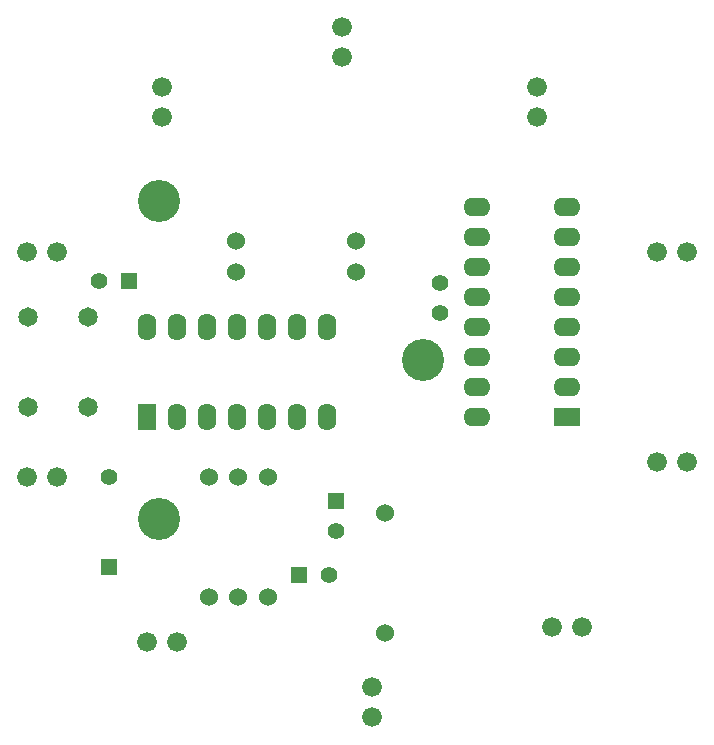
<source format=gbs>
%FSLAX34Y34*%
G04 Gerber Fmt 3.4, Leading zero omitted, Abs format*
G04 (created by PCBNEW (2013-11-12 BZR 4462)-product) date 11/16/2013 2:36:54 PM*
%MOIN*%
G01*
G70*
G90*
G04 APERTURE LIST*
%ADD10C,0.005906*%
%ADD11C,0.140000*%
%ADD12C,0.060000*%
%ADD13C,0.066000*%
%ADD14R,0.090000X0.062000*%
%ADD15O,0.090000X0.062000*%
%ADD16R,0.062000X0.090000*%
%ADD17O,0.062000X0.090000*%
%ADD18R,0.055000X0.055000*%
%ADD19C,0.055000*%
%ADD20C,0.065000*%
G04 APERTURE END LIST*
G54D10*
G54D11*
X47900Y-27905D03*
X56695Y-22600D03*
X47895Y-17290D03*
G54D12*
X51540Y-26490D03*
X51540Y-30490D03*
X50465Y-19670D03*
X54465Y-19670D03*
X49580Y-30490D03*
X49580Y-26490D03*
X50550Y-30480D03*
X50550Y-26480D03*
X50465Y-18620D03*
X54465Y-18620D03*
X55425Y-27685D03*
X55425Y-31685D03*
G54D13*
X61000Y-31500D03*
X62000Y-31500D03*
X64500Y-26000D03*
X65500Y-26000D03*
X64500Y-19000D03*
X65500Y-19000D03*
X60500Y-14500D03*
X60500Y-13500D03*
X54000Y-12500D03*
X54000Y-11500D03*
X48000Y-14500D03*
X48000Y-13500D03*
X44500Y-19000D03*
X43500Y-19000D03*
X44500Y-26500D03*
X43500Y-26500D03*
X48500Y-32000D03*
X47500Y-32000D03*
X55000Y-33500D03*
X55000Y-34500D03*
G54D14*
X61500Y-24500D03*
G54D15*
X61500Y-23500D03*
X61500Y-22500D03*
X61500Y-21500D03*
X61500Y-20500D03*
X61500Y-19500D03*
X61500Y-18500D03*
X61500Y-17500D03*
X58500Y-17500D03*
X58500Y-18500D03*
X58500Y-19500D03*
X58500Y-20500D03*
X58500Y-21500D03*
X58500Y-22500D03*
X58500Y-23500D03*
X58500Y-24500D03*
G54D16*
X47500Y-24500D03*
G54D17*
X48500Y-24500D03*
X49500Y-24500D03*
X50500Y-24500D03*
X51500Y-24500D03*
X52500Y-24500D03*
X53500Y-24500D03*
X53500Y-21500D03*
X52500Y-21500D03*
X51500Y-21500D03*
X50500Y-21500D03*
X49500Y-21500D03*
X48500Y-21500D03*
X47500Y-21500D03*
G54D18*
X46230Y-29480D03*
G54D19*
X46230Y-26480D03*
X57285Y-20010D03*
X57285Y-21010D03*
G54D18*
X53805Y-27280D03*
G54D19*
X53805Y-28280D03*
G54D18*
X52585Y-29760D03*
G54D19*
X53585Y-29760D03*
G54D18*
X46910Y-19950D03*
G54D19*
X45910Y-19950D03*
G54D20*
X45520Y-24145D03*
X43520Y-24145D03*
X45520Y-21145D03*
X43520Y-21145D03*
M02*

</source>
